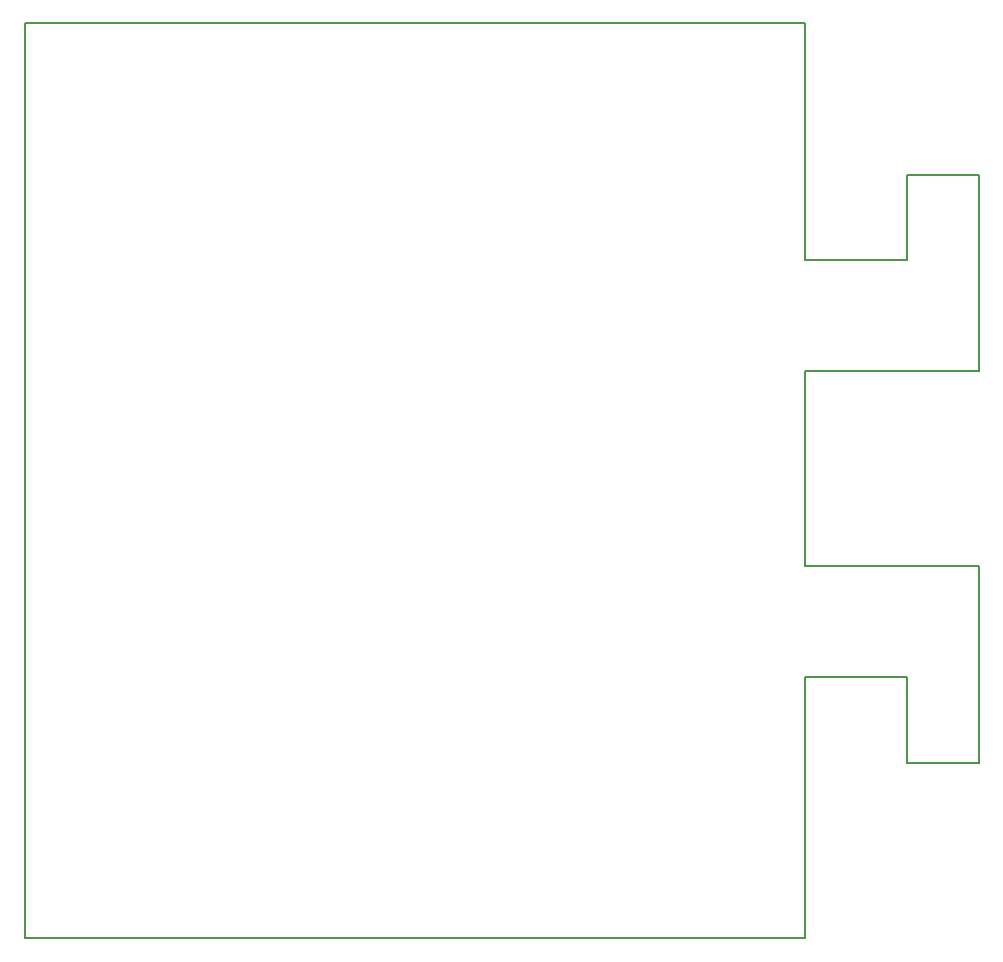
<source format=gbr>
G04 #@! TF.GenerationSoftware,KiCad,Pcbnew,5.0.2+dfsg1-1~bpo9+1*
G04 #@! TF.CreationDate,2019-02-15T20:10:49-06:00*
G04 #@! TF.ProjectId,EncoderandSensorsBoard,456e636f-6465-4726-916e-6453656e736f,v1.0*
G04 #@! TF.SameCoordinates,Original*
G04 #@! TF.FileFunction,Profile,NP*
%FSLAX46Y46*%
G04 Gerber Fmt 4.6, Leading zero omitted, Abs format (unit mm)*
G04 Created by KiCad (PCBNEW 5.0.2+dfsg1-1~bpo9+1) date vie 15 feb 2019 20:10:49 CST*
%MOMM*%
%LPD*%
G01*
G04 APERTURE LIST*
%ADD10C,0.150000*%
G04 APERTURE END LIST*
D10*
X156210000Y-89916000D02*
X156210000Y-69850000D01*
X156210000Y-115824000D02*
X156210000Y-99314000D01*
X157226000Y-89916000D02*
X156210000Y-89916000D01*
X157226000Y-99314000D02*
X156210000Y-99314000D01*
X157226000Y-115824000D02*
X156210000Y-115824000D01*
X157226000Y-125222000D02*
X156210000Y-125222000D01*
X156210000Y-125222000D02*
X156210000Y-147320000D01*
X90170000Y-69850000D02*
X90170000Y-147320000D01*
X90170000Y-69850000D02*
X156210000Y-69850000D01*
X90170000Y-147320000D02*
X156210000Y-147320000D01*
X164850259Y-82676901D02*
X170946259Y-82676901D01*
X170946259Y-125094901D02*
X170946259Y-125221901D01*
X170946259Y-132460901D02*
X170946259Y-125094901D01*
X164850259Y-132460901D02*
X170946259Y-132460901D01*
X164850259Y-125221901D02*
X164850259Y-132460901D01*
X164850259Y-89915901D02*
X164850259Y-82676901D01*
X170946259Y-115823901D02*
X157230259Y-115823901D01*
X157230259Y-125221901D02*
X164850259Y-125221901D01*
X170946259Y-125221901D02*
X170946259Y-115823901D01*
X164850259Y-89915901D02*
X157230259Y-89915901D01*
X170946259Y-99313901D02*
X170946259Y-82676901D01*
X157230259Y-99313901D02*
X170946259Y-99313901D01*
M02*

</source>
